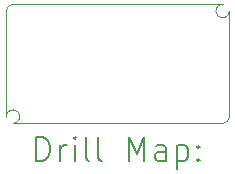
<source format=gbr>
%TF.GenerationSoftware,KiCad,Pcbnew,8.0.1*%
%TF.CreationDate,2024-03-19T14:53:43-04:00*%
%TF.ProjectId,EncoderClone,456e636f-6465-4724-936c-6f6e652e6b69,rev?*%
%TF.SameCoordinates,Original*%
%TF.FileFunction,Drillmap*%
%TF.FilePolarity,Positive*%
%FSLAX45Y45*%
G04 Gerber Fmt 4.5, Leading zero omitted, Abs format (unit mm)*
G04 Created by KiCad (PCBNEW 8.0.1) date 2024-03-19 14:53:43*
%MOMM*%
%LPD*%
G01*
G04 APERTURE LIST*
%ADD10C,0.100000*%
%ADD11C,0.200000*%
G04 APERTURE END LIST*
D10*
X13557659Y-8000159D02*
X15332500Y-8000000D01*
X15389841Y-8952341D02*
G75*
G02*
X15332341Y-9009841I-57501J1D01*
G01*
X15332341Y-9009841D02*
X13557659Y-9009841D01*
X13500159Y-8952341D02*
G75*
G02*
X13557659Y-9009841I57501J1D01*
G01*
X15390000Y-8057500D02*
G75*
G02*
X15332500Y-8000000I-57500J0D01*
G01*
X13500159Y-8952341D02*
X13500159Y-8057659D01*
X13500159Y-8057659D02*
G75*
G02*
X13557659Y-8000159I57501J-1D01*
G01*
X15390000Y-8057500D02*
X15389841Y-8952341D01*
D11*
X13755935Y-9326325D02*
X13755935Y-9126325D01*
X13755935Y-9126325D02*
X13803554Y-9126325D01*
X13803554Y-9126325D02*
X13832126Y-9135849D01*
X13832126Y-9135849D02*
X13851173Y-9154897D01*
X13851173Y-9154897D02*
X13860697Y-9173944D01*
X13860697Y-9173944D02*
X13870221Y-9212039D01*
X13870221Y-9212039D02*
X13870221Y-9240611D01*
X13870221Y-9240611D02*
X13860697Y-9278706D01*
X13860697Y-9278706D02*
X13851173Y-9297754D01*
X13851173Y-9297754D02*
X13832126Y-9316801D01*
X13832126Y-9316801D02*
X13803554Y-9326325D01*
X13803554Y-9326325D02*
X13755935Y-9326325D01*
X13955935Y-9326325D02*
X13955935Y-9192992D01*
X13955935Y-9231087D02*
X13965459Y-9212039D01*
X13965459Y-9212039D02*
X13974983Y-9202516D01*
X13974983Y-9202516D02*
X13994031Y-9192992D01*
X13994031Y-9192992D02*
X14013078Y-9192992D01*
X14079745Y-9326325D02*
X14079745Y-9192992D01*
X14079745Y-9126325D02*
X14070221Y-9135849D01*
X14070221Y-9135849D02*
X14079745Y-9145373D01*
X14079745Y-9145373D02*
X14089269Y-9135849D01*
X14089269Y-9135849D02*
X14079745Y-9126325D01*
X14079745Y-9126325D02*
X14079745Y-9145373D01*
X14203554Y-9326325D02*
X14184507Y-9316801D01*
X14184507Y-9316801D02*
X14174983Y-9297754D01*
X14174983Y-9297754D02*
X14174983Y-9126325D01*
X14308316Y-9326325D02*
X14289269Y-9316801D01*
X14289269Y-9316801D02*
X14279745Y-9297754D01*
X14279745Y-9297754D02*
X14279745Y-9126325D01*
X14536888Y-9326325D02*
X14536888Y-9126325D01*
X14536888Y-9126325D02*
X14603554Y-9269182D01*
X14603554Y-9269182D02*
X14670221Y-9126325D01*
X14670221Y-9126325D02*
X14670221Y-9326325D01*
X14851173Y-9326325D02*
X14851173Y-9221563D01*
X14851173Y-9221563D02*
X14841650Y-9202516D01*
X14841650Y-9202516D02*
X14822602Y-9192992D01*
X14822602Y-9192992D02*
X14784507Y-9192992D01*
X14784507Y-9192992D02*
X14765459Y-9202516D01*
X14851173Y-9316801D02*
X14832126Y-9326325D01*
X14832126Y-9326325D02*
X14784507Y-9326325D01*
X14784507Y-9326325D02*
X14765459Y-9316801D01*
X14765459Y-9316801D02*
X14755935Y-9297754D01*
X14755935Y-9297754D02*
X14755935Y-9278706D01*
X14755935Y-9278706D02*
X14765459Y-9259659D01*
X14765459Y-9259659D02*
X14784507Y-9250135D01*
X14784507Y-9250135D02*
X14832126Y-9250135D01*
X14832126Y-9250135D02*
X14851173Y-9240611D01*
X14946412Y-9192992D02*
X14946412Y-9392992D01*
X14946412Y-9202516D02*
X14965459Y-9192992D01*
X14965459Y-9192992D02*
X15003554Y-9192992D01*
X15003554Y-9192992D02*
X15022602Y-9202516D01*
X15022602Y-9202516D02*
X15032126Y-9212039D01*
X15032126Y-9212039D02*
X15041650Y-9231087D01*
X15041650Y-9231087D02*
X15041650Y-9288230D01*
X15041650Y-9288230D02*
X15032126Y-9307278D01*
X15032126Y-9307278D02*
X15022602Y-9316801D01*
X15022602Y-9316801D02*
X15003554Y-9326325D01*
X15003554Y-9326325D02*
X14965459Y-9326325D01*
X14965459Y-9326325D02*
X14946412Y-9316801D01*
X15127364Y-9307278D02*
X15136888Y-9316801D01*
X15136888Y-9316801D02*
X15127364Y-9326325D01*
X15127364Y-9326325D02*
X15117840Y-9316801D01*
X15117840Y-9316801D02*
X15127364Y-9307278D01*
X15127364Y-9307278D02*
X15127364Y-9326325D01*
X15127364Y-9202516D02*
X15136888Y-9212039D01*
X15136888Y-9212039D02*
X15127364Y-9221563D01*
X15127364Y-9221563D02*
X15117840Y-9212039D01*
X15117840Y-9212039D02*
X15127364Y-9202516D01*
X15127364Y-9202516D02*
X15127364Y-9221563D01*
M02*

</source>
